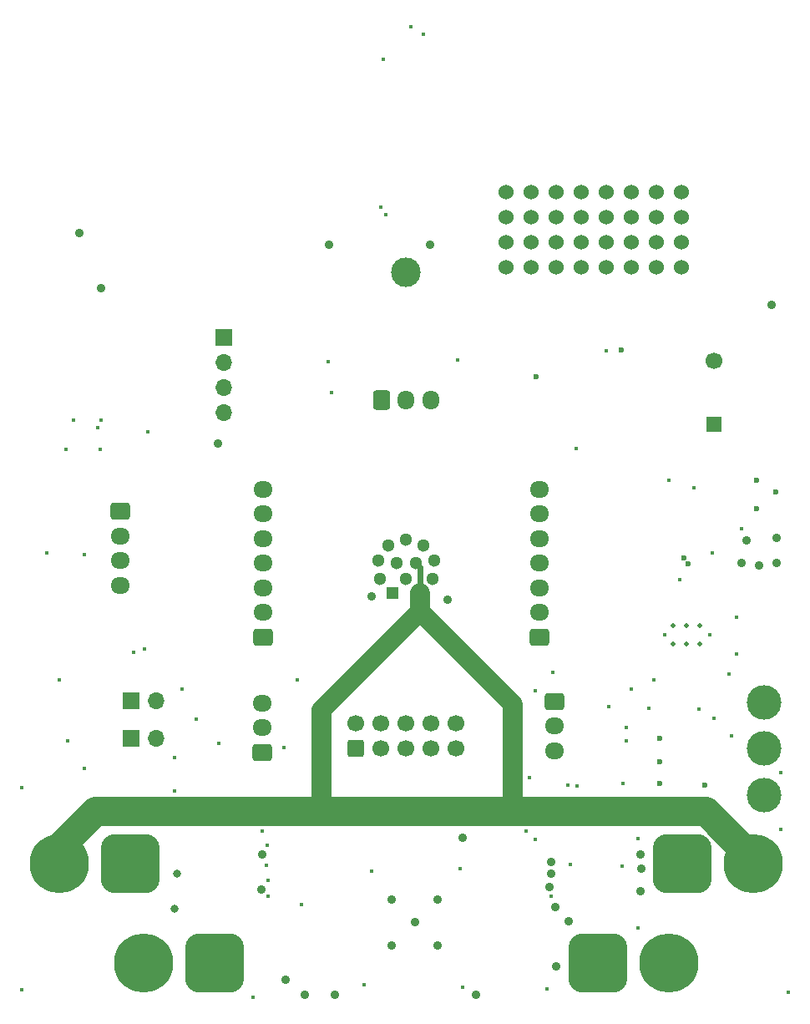
<source format=gbr>
%TF.GenerationSoftware,KiCad,Pcbnew,8.0.4*%
%TF.CreationDate,2024-09-16T14:24:30+02:00*%
%TF.ProjectId,Robuoy-Sub,526f6275-6f79-42d5-9375-622e6b696361,rev?*%
%TF.SameCoordinates,Original*%
%TF.FileFunction,Copper,L3,Inr*%
%TF.FilePolarity,Positive*%
%FSLAX46Y46*%
G04 Gerber Fmt 4.6, Leading zero omitted, Abs format (unit mm)*
G04 Created by KiCad (PCBNEW 8.0.4) date 2024-09-16 14:24:30*
%MOMM*%
%LPD*%
G01*
G04 APERTURE LIST*
G04 Aperture macros list*
%AMRoundRect*
0 Rectangle with rounded corners*
0 $1 Rounding radius*
0 $2 $3 $4 $5 $6 $7 $8 $9 X,Y pos of 4 corners*
0 Add a 4 corners polygon primitive as box body*
4,1,4,$2,$3,$4,$5,$6,$7,$8,$9,$2,$3,0*
0 Add four circle primitives for the rounded corners*
1,1,$1+$1,$2,$3*
1,1,$1+$1,$4,$5*
1,1,$1+$1,$6,$7*
1,1,$1+$1,$8,$9*
0 Add four rect primitives between the rounded corners*
20,1,$1+$1,$2,$3,$4,$5,0*
20,1,$1+$1,$4,$5,$6,$7,0*
20,1,$1+$1,$6,$7,$8,$9,0*
20,1,$1+$1,$8,$9,$2,$3,0*%
G04 Aperture macros list end*
%TA.AperFunction,ComponentPad*%
%ADD10RoundRect,1.500000X1.500000X1.500000X-1.500000X1.500000X-1.500000X-1.500000X1.500000X-1.500000X0*%
%TD*%
%TA.AperFunction,ComponentPad*%
%ADD11C,6.000000*%
%TD*%
%TA.AperFunction,ComponentPad*%
%ADD12RoundRect,0.250000X0.600000X-0.600000X0.600000X0.600000X-0.600000X0.600000X-0.600000X-0.600000X0*%
%TD*%
%TA.AperFunction,ComponentPad*%
%ADD13C,1.700000*%
%TD*%
%TA.AperFunction,ComponentPad*%
%ADD14RoundRect,0.250000X0.725000X-0.600000X0.725000X0.600000X-0.725000X0.600000X-0.725000X-0.600000X0*%
%TD*%
%TA.AperFunction,ComponentPad*%
%ADD15O,1.950000X1.700000*%
%TD*%
%TA.AperFunction,ComponentPad*%
%ADD16R,1.700000X1.700000*%
%TD*%
%TA.AperFunction,ComponentPad*%
%ADD17O,1.700000X1.700000*%
%TD*%
%TA.AperFunction,ComponentPad*%
%ADD18C,3.000000*%
%TD*%
%TA.AperFunction,ComponentPad*%
%ADD19R,1.300000X1.300000*%
%TD*%
%TA.AperFunction,ComponentPad*%
%ADD20C,1.300000*%
%TD*%
%TA.AperFunction,ComponentPad*%
%ADD21C,1.524000*%
%TD*%
%TA.AperFunction,ComponentPad*%
%ADD22RoundRect,1.500000X-1.500000X-1.500000X1.500000X-1.500000X1.500000X1.500000X-1.500000X1.500000X0*%
%TD*%
%TA.AperFunction,ComponentPad*%
%ADD23RoundRect,0.250000X-0.725000X0.600000X-0.725000X-0.600000X0.725000X-0.600000X0.725000X0.600000X0*%
%TD*%
%TA.AperFunction,ComponentPad*%
%ADD24C,3.500000*%
%TD*%
%TA.AperFunction,ComponentPad*%
%ADD25R,1.650000X1.650000*%
%TD*%
%TA.AperFunction,HeatsinkPad*%
%ADD26C,0.500000*%
%TD*%
%TA.AperFunction,ComponentPad*%
%ADD27RoundRect,0.250000X-0.600000X-0.725000X0.600000X-0.725000X0.600000X0.725000X-0.600000X0.725000X0*%
%TD*%
%TA.AperFunction,ComponentPad*%
%ADD28O,1.700000X1.950000*%
%TD*%
%TA.AperFunction,ViaPad*%
%ADD29C,0.450000*%
%TD*%
%TA.AperFunction,ViaPad*%
%ADD30C,0.900000*%
%TD*%
%TA.AperFunction,ViaPad*%
%ADD31C,0.600000*%
%TD*%
%TA.AperFunction,ViaPad*%
%ADD32C,0.800000*%
%TD*%
%TA.AperFunction,Conductor*%
%ADD33C,3.000000*%
%TD*%
%TA.AperFunction,Conductor*%
%ADD34C,2.000000*%
%TD*%
%TA.AperFunction,Conductor*%
%ADD35C,0.600000*%
%TD*%
G04 APERTURE END LIST*
D10*
%TO.N,Net-(D205-K)*%
%TO.C,J206*%
X106410000Y-137890000D03*
D11*
%TO.N,Vbatt*%
X99210000Y-137890000D03*
%TD*%
D12*
%TO.N,EN*%
%TO.C,J101*%
X120730000Y-116142500D03*
D13*
%TO.N,+3.3V*%
X120730000Y-113602500D03*
%TO.N,TX*%
X123270000Y-116142500D03*
%TO.N,GND*%
X123270000Y-113602500D03*
%TO.N,RX*%
X125810000Y-116142500D03*
%TO.N,DR0*%
X125810000Y-113602500D03*
%TO.N,MTMS*%
X128350000Y-116142500D03*
%TO.N,MTCK*%
X128350000Y-113602500D03*
%TO.N,MTDO*%
X130890000Y-116142500D03*
%TO.N,MTDI*%
X130890000Y-113602500D03*
%TD*%
D14*
%TO.N,Net-(J104-Pin_1)*%
%TO.C,J104*%
X111210000Y-116590000D03*
D15*
%TO.N,Net-(J104-Pin_2)*%
X111210000Y-114090000D03*
%TO.N,Net-(J104-Pin_3)*%
X111210000Y-111590000D03*
%TD*%
D16*
%TO.N,GND*%
%TO.C,SW102*%
X97910000Y-115162000D03*
D17*
%TO.N,EN*%
X100450000Y-115162000D03*
%TD*%
D18*
%TO.N,GND*%
%TO.C,TP206*%
X125810000Y-67890000D03*
%TD*%
D19*
%TO.N,GND*%
%TO.C,J204*%
X124382000Y-100414000D03*
D20*
%TO.N,Vbatt*%
X127238000Y-100414000D03*
%TO.N,Net-(J202-Pin_7)*%
X128482000Y-99017000D03*
%TO.N,Net-(J202-Pin_6)*%
X128614000Y-97152000D03*
%TO.N,Net-(J202-Pin_5)*%
X127580000Y-95593000D03*
%TO.N,Net-(J202-Pin_4)*%
X125810000Y-94990000D03*
%TO.N,Net-(J202-Pin_3)*%
X124040000Y-95593000D03*
%TO.N,Net-(J202-Pin_2)*%
X123006000Y-97152000D03*
%TO.N,Net-(J202-Pin_1)*%
X123138000Y-99017000D03*
%TO.N,+VSW*%
X125810000Y-98990000D03*
%TO.N,Vbatt*%
X126763000Y-97340000D03*
%TO.N,GND*%
X124857000Y-97340000D03*
%TD*%
D16*
%TO.N,Net-(J103-Pin_1)*%
%TO.C,J103*%
X107335000Y-74490000D03*
D17*
%TO.N,Net-(J103-Pin_2)*%
X107335000Y-77030000D03*
%TO.N,/CPU/Vext*%
X107335000Y-79570000D03*
%TO.N,GND*%
X107335000Y-82110000D03*
%TD*%
D14*
%TO.N,Net-(J202-Pin_1)*%
%TO.C,J202*%
X111310000Y-104890000D03*
D15*
%TO.N,Net-(J202-Pin_2)*%
X111310000Y-102390000D03*
%TO.N,Net-(J202-Pin_3)*%
X111310000Y-99890000D03*
%TO.N,Net-(J202-Pin_4)*%
X111310000Y-97390000D03*
%TO.N,Net-(J202-Pin_5)*%
X111310000Y-94890000D03*
%TO.N,Net-(J202-Pin_6)*%
X111310000Y-92390000D03*
%TO.N,Net-(J202-Pin_7)*%
X111310000Y-89890000D03*
%TD*%
D21*
%TO.N,unconnected-(TP301-Pad1)*%
%TO.C,TP301*%
X135970000Y-59790000D03*
%TO.N,N/C*%
X138510000Y-59790000D03*
X141050000Y-59790000D03*
X143590000Y-59790000D03*
X135970000Y-62330000D03*
X138510000Y-62330000D03*
X141050000Y-62330000D03*
X143590000Y-62330000D03*
X135970000Y-64870000D03*
X138510000Y-64870000D03*
X141050000Y-64870000D03*
X143590000Y-64870000D03*
X135970000Y-67410000D03*
X138510000Y-67410000D03*
X141050000Y-67410000D03*
X143590000Y-67410000D03*
%TD*%
D22*
%TO.N,GND*%
%TO.C,J205*%
X153810000Y-127890000D03*
D11*
%TO.N,Vbatt*%
X161010000Y-127890000D03*
%TD*%
D23*
%TO.N,Net-(J105-Pin_1)*%
%TO.C,J105*%
X140835000Y-111390000D03*
D15*
%TO.N,Net-(J105-Pin_2)*%
X140835000Y-113890000D03*
%TO.N,Net-(J105-Pin_3)*%
X140835000Y-116390000D03*
%TD*%
D24*
%TO.N,Vbatt*%
%TO.C,SW201*%
X162132000Y-120878000D03*
%TO.N,+VSW*%
X162132000Y-116178000D03*
%TO.N,unconnected-(SW201-Pad3)*%
X162132000Y-111478000D03*
%TD*%
D14*
%TO.N,Net-(J202-Pin_1)*%
%TO.C,J203*%
X139310000Y-104890000D03*
D15*
%TO.N,Net-(J202-Pin_2)*%
X139310000Y-102390000D03*
%TO.N,Net-(J202-Pin_3)*%
X139310000Y-99890000D03*
%TO.N,Net-(J202-Pin_4)*%
X139310000Y-97390000D03*
%TO.N,Net-(J202-Pin_5)*%
X139310000Y-94890000D03*
%TO.N,Net-(J202-Pin_6)*%
X139310000Y-92390000D03*
%TO.N,Net-(J202-Pin_7)*%
X139310000Y-89890000D03*
%TD*%
D10*
%TO.N,GND*%
%TO.C,J201*%
X97810000Y-127890000D03*
D11*
%TO.N,Vbatt*%
X90610000Y-127890000D03*
%TD*%
D23*
%TO.N,GND*%
%TO.C,J106*%
X96810000Y-92128000D03*
D15*
%TO.N,+5V*%
X96810000Y-94628000D03*
%TO.N,/CPU/SCL*%
X96810000Y-97128000D03*
%TO.N,/CPU/SDA*%
X96810000Y-99628000D03*
%TD*%
D25*
%TO.N,+5V*%
%TO.C,BZ101*%
X157036000Y-83360000D03*
D13*
%TO.N,Net-(BZ101--)*%
X157036000Y-76860000D03*
%TD*%
D26*
%TO.N,GND*%
%TO.C,U201*%
X155608000Y-103706000D03*
X154258000Y-103706000D03*
X152908000Y-103706000D03*
X155608000Y-105606000D03*
X154258000Y-105606000D03*
X152908000Y-105606000D03*
%TD*%
D21*
%TO.N,unconnected-(TP302-Pad1)*%
%TO.C,TP302*%
X146130000Y-59790000D03*
%TO.N,N/C*%
X148670000Y-59790000D03*
X151210000Y-59790000D03*
X153750000Y-59790000D03*
X146130000Y-62330000D03*
X148670000Y-62330000D03*
X151210000Y-62330000D03*
X153750000Y-62330000D03*
X146130000Y-64870000D03*
X148670000Y-64870000D03*
X151210000Y-64870000D03*
X153750000Y-64870000D03*
X146130000Y-67410000D03*
X148670000Y-67410000D03*
X151210000Y-67410000D03*
X153750000Y-67410000D03*
%TD*%
D22*
%TO.N,Net-(D206-K)*%
%TO.C,J207*%
X145210000Y-137890000D03*
D11*
%TO.N,Vbatt*%
X152410000Y-137890000D03*
%TD*%
D27*
%TO.N,Net-(J102-Pin_1)*%
%TO.C,J102*%
X123310000Y-80872000D03*
D28*
%TO.N,+3.3V*%
X125810000Y-80872000D03*
%TO.N,Net-(J102-Pin_3)*%
X128310000Y-80872000D03*
%TD*%
D16*
%TO.N,GND*%
%TO.C,SW101*%
X97910000Y-111334000D03*
D17*
%TO.N,DR0*%
X100450000Y-111334000D03*
%TD*%
D29*
%TO.N,+3.3V*%
X94568000Y-83666000D03*
X99310000Y-106090000D03*
D30*
X161624000Y-97636000D03*
D29*
X90610000Y-109230000D03*
X114790002Y-109230000D03*
%TO.N,GND*%
X147810000Y-119690000D03*
X138285000Y-119115000D03*
X164560000Y-140890000D03*
D31*
X154010000Y-96890000D03*
D29*
X127588000Y-43788000D03*
X111659999Y-127990630D03*
D31*
X156110000Y-119890000D03*
D30*
X160354000Y-95096000D03*
X163402000Y-97382000D03*
D29*
X118210000Y-80090000D03*
D30*
X92710000Y-63890000D03*
X149560000Y-130640000D03*
D29*
X140510000Y-131190000D03*
X138002000Y-124560000D03*
X142210000Y-119890000D03*
D31*
X151510000Y-117490000D03*
X151510000Y-115190000D03*
X161310000Y-88990000D03*
D29*
X156810000Y-96390000D03*
X152060000Y-104640000D03*
D31*
X163310000Y-90190000D03*
D30*
X140542000Y-128878000D03*
X130010000Y-101090000D03*
D31*
X154410000Y-97490000D03*
D30*
X140910000Y-132290000D03*
D29*
X148610000Y-110190000D03*
D30*
X118610000Y-141190000D03*
X124310000Y-131490000D03*
D29*
X93210000Y-96490000D03*
D30*
X115510000Y-141190000D03*
D31*
X151510000Y-119690000D03*
X139010000Y-78490000D03*
D30*
X141010000Y-138290000D03*
D29*
X153510000Y-99090000D03*
X106810000Y-115690000D03*
D30*
X122311041Y-100788959D03*
D29*
X86810000Y-120140000D03*
D30*
X111150000Y-130450000D03*
D29*
X155510000Y-112190000D03*
D30*
X113560000Y-139640000D03*
X162893997Y-71220003D03*
D31*
X161310000Y-91890000D03*
D29*
X126318000Y-43026000D03*
X89410000Y-96390000D03*
X148110000Y-115390000D03*
X91520000Y-115416000D03*
D31*
X147610000Y-75790000D03*
D29*
X152480000Y-89000000D03*
D30*
X149560000Y-126890000D03*
D29*
X156560000Y-104640000D03*
D30*
X142320000Y-133704000D03*
D29*
X159810000Y-93890000D03*
D30*
X140510000Y-127690000D03*
D29*
X149310000Y-134390000D03*
X98212322Y-106432223D03*
D30*
X124310000Y-136190000D03*
D29*
X117910000Y-76990000D03*
X122310000Y-128640000D03*
D30*
X149686000Y-128390000D03*
D32*
X102560000Y-128890000D03*
D29*
X159310000Y-106640000D03*
X148110000Y-114090000D03*
D30*
X129010000Y-131490000D03*
X140310000Y-130190000D03*
D29*
X104510000Y-113190000D03*
X99610000Y-84100000D03*
D30*
X126710000Y-133790000D03*
D29*
X143110000Y-119990000D03*
X111810000Y-129590000D03*
X93210000Y-118210000D03*
D30*
X129010000Y-136190000D03*
D29*
X111710000Y-125990000D03*
X163810000Y-118640000D03*
X86810000Y-140640000D03*
X140110000Y-140590000D03*
X157060000Y-113140000D03*
D30*
X132871200Y-141171600D03*
X163402000Y-94842000D03*
D29*
X158810000Y-114890000D03*
X111810000Y-131190000D03*
D32*
X102310000Y-132390000D03*
D29*
X150410000Y-112090000D03*
X123524000Y-46328000D03*
X131310000Y-128390000D03*
D30*
X111210000Y-126950000D03*
X94910000Y-69490000D03*
D29*
X111220000Y-124530000D03*
X131560000Y-140390000D03*
X163810000Y-124390000D03*
X131010000Y-76790000D03*
X158560000Y-108640000D03*
X159310000Y-102890000D03*
X155020000Y-89762000D03*
X103110000Y-110190000D03*
D30*
X159846000Y-97382000D03*
X131510000Y-125190000D03*
D29*
X121560000Y-140140000D03*
D30*
%TO.N,+5V*%
X106710000Y-85290000D03*
D29*
X102310000Y-117090000D03*
X102310000Y-120470000D03*
X150910000Y-109190000D03*
X146310000Y-111965000D03*
%TO.N,EN*%
X113410000Y-116090012D03*
D30*
%TO.N,Vbatt*%
X132210000Y-107290000D03*
X122110000Y-107390000D03*
D29*
X131610000Y-106690000D03*
D30*
X123510000Y-105990000D03*
D29*
X122710000Y-106790000D03*
D30*
X130910000Y-105990000D03*
D29*
%TO.N,LEDS*%
X115210000Y-131990000D03*
X110310000Y-141390000D03*
D30*
%TO.N,Net-(D104-DOUT)*%
X118010000Y-65090000D03*
X128210000Y-65090000D03*
D29*
%TO.N,/CPU/SCL*%
X94810000Y-85890000D03*
X91310010Y-85890000D03*
X123270000Y-61314000D03*
%TO.N,/CPU/SDA*%
X123778000Y-62076000D03*
X94899430Y-82879430D03*
X92110000Y-82890000D03*
%TO.N,Net-(Q202-G)*%
X142439724Y-127960276D03*
X147710000Y-128090000D03*
%TO.N,BUZZER*%
X143010000Y-85790000D03*
X146110000Y-75842800D03*
X140700002Y-108430000D03*
X138910000Y-110290000D03*
%TO.N,/CPU/Vsamp*%
X149310000Y-125290000D03*
X138910000Y-125390000D03*
%TD*%
D33*
%TO.N,Vbatt*%
X161010000Y-127400000D02*
X156140000Y-122530000D01*
D34*
X132210000Y-107290000D02*
X136610000Y-111690000D01*
X127238000Y-102318000D02*
X132210000Y-107290000D01*
X127238000Y-102262000D02*
X127238000Y-102318000D01*
D35*
X127238000Y-97815000D02*
X126763000Y-97340000D01*
D33*
X136610000Y-122530000D02*
X116810000Y-122530000D01*
X90610000Y-127890000D02*
X90610000Y-126183072D01*
D34*
X117185000Y-112315000D02*
X117185000Y-122155000D01*
D33*
X94263072Y-122530000D02*
X116810000Y-122530000D01*
D34*
X122110000Y-107390000D02*
X117185000Y-112315000D01*
X127238000Y-100414000D02*
X127238000Y-102262000D01*
D33*
X90610000Y-126183072D02*
X94263072Y-122530000D01*
D34*
X117185000Y-122155000D02*
X116810000Y-122530000D01*
X127238000Y-102262000D02*
X122110000Y-107390000D01*
X136610000Y-111690000D02*
X136610000Y-122530000D01*
D33*
X161010000Y-127890000D02*
X161010000Y-127400000D01*
X156140000Y-122530000D02*
X136610000Y-122530000D01*
D35*
X127238000Y-100414000D02*
X127238000Y-97815000D01*
%TD*%
M02*

</source>
